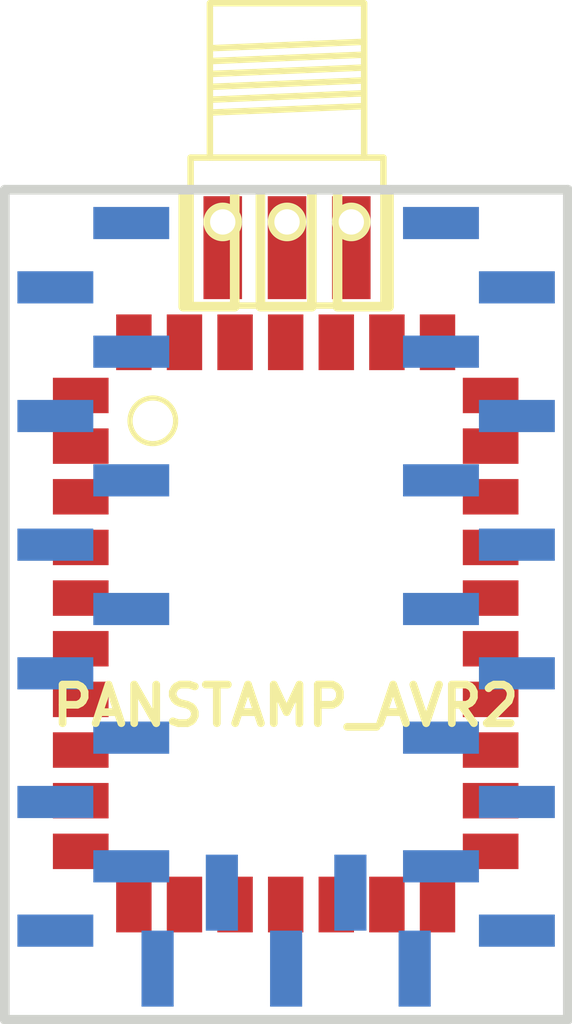
<source format=kicad_pcb>
(kicad_pcb (version 4) (host pcbnew 0.201506232253+5814~23~ubuntu14.04.1-product)

  (general
    (links 0)
    (no_connects 38)
    (area 101.868514 66.962019 157.650181 105.493821)
    (thickness 1.6002)
    (drawings 5)
    (tracks 0)
    (zones 0)
    (modules 3)
    (nets 26)
  )

  (page A4)
  (title_block
    (title "DIP adapter for panStamp 2.x - AVR version")
    (date "29 Jun 2015")
    (rev 1.0)
    (company panStamp)
  )

  (layers
    (0 Front signal)
    (1 Ground power)
    (2 Power power)
    (31 Back signal)
    (32 B.Adhes user)
    (33 F.Adhes user)
    (34 B.Paste user)
    (35 F.Paste user)
    (36 B.SilkS user)
    (37 F.SilkS user)
    (38 B.Mask user)
    (39 F.Mask user)
    (40 Dwgs.User user)
    (41 Cmts.User user)
    (42 Eco1.User user)
    (43 Eco2.User user)
    (44 Edge.Cuts user)
  )

  (setup
    (last_trace_width 0.1524)
    (user_trace_width 0.2032)
    (user_trace_width 0.254)
    (user_trace_width 0.3048)
    (user_trace_width 0.508)
    (user_trace_width 0.762)
    (user_trace_width 1.016)
    (user_trace_width 1.27)
    (user_trace_width 0.2032)
    (user_trace_width 0.254)
    (user_trace_width 0.3048)
    (user_trace_width 0.381)
    (user_trace_width 0.508)
    (user_trace_width 0.762)
    (user_trace_width 1.016)
    (user_trace_width 1.27)
    (user_trace_width 1.778)
    (user_trace_width 0.2032)
    (user_trace_width 0.254)
    (user_trace_width 0.3048)
    (user_trace_width 0.381)
    (user_trace_width 0.508)
    (user_trace_width 0.762)
    (user_trace_width 1.016)
    (user_trace_width 1.27)
    (user_trace_width 1.778)
    (user_trace_width 0.2032)
    (user_trace_width 0.254)
    (user_trace_width 0.3048)
    (user_trace_width 0.381)
    (user_trace_width 0.508)
    (user_trace_width 0.762)
    (user_trace_width 1.016)
    (user_trace_width 1.27)
    (user_trace_width 1.778)
    (user_trace_width 0.2032)
    (user_trace_width 0.254)
    (user_trace_width 0.3048)
    (user_trace_width 0.381)
    (user_trace_width 0.508)
    (user_trace_width 0.762)
    (user_trace_width 1.016)
    (user_trace_width 1.27)
    (user_trace_width 1.778)
    (user_trace_width 0.2032)
    (user_trace_width 0.254)
    (user_trace_width 0.3048)
    (user_trace_width 0.381)
    (user_trace_width 0.508)
    (user_trace_width 0.762)
    (user_trace_width 1.016)
    (user_trace_width 1.27)
    (user_trace_width 1.778)
    (trace_clearance 0.1524)
    (zone_clearance 0.1524)
    (zone_45_only yes)
    (trace_min 0.006)
    (segment_width 0.381)
    (edge_width 0.381)
    (via_size 0.6858)
    (via_drill 0.3302)
    (via_min_size 0.027)
    (via_min_drill 0.3302)
    (user_via 0.6096 0.1016)
    (user_via 0.8763 0.3683)
    (user_via 0.6858 0.3302)
    (user_via 0.8763 0.3683)
    (user_via 0.6858 0.3302)
    (user_via 0.8763 0.3683)
    (user_via 0.6858 0.3302)
    (user_via 0.8763 0.3683)
    (user_via 0.6858 0.3302)
    (user_via 0.8763 0.3683)
    (user_via 0.6858 0.3302)
    (user_via 0.8763 0.3683)
    (uvia_size 0.5588)
    (uvia_drill 0.254)
    (uvias_allowed no)
    (uvia_min_size 0.02)
    (uvia_min_drill 0.254)
    (pcb_text_width 0.3048)
    (pcb_text_size 1.524 2.032)
    (mod_edge_width 0.1524)
    (mod_text_size 1.524 1.524)
    (mod_text_width 0.3048)
    (pad_size 1.27 3)
    (pad_drill 0)
    (pad_to_mask_clearance 0)
    (aux_axis_origin 162.52952 122.1486)
    (visible_elements FFFFF7BF)
    (pcbplotparams
      (layerselection 0x010f0_80000001)
      (usegerberextensions true)
      (excludeedgelayer true)
      (linewidth 0.150000)
      (plotframeref false)
      (viasonmask false)
      (mode 1)
      (useauxorigin false)
      (hpglpennumber 1)
      (hpglpenspeed 20)
      (hpglpendiameter 15)
      (hpglpenoverlay 2)
      (psnegative false)
      (psa4output false)
      (plotreference true)
      (plotvalue true)
      (plotinvisibletext false)
      (padsonsilk false)
      (subtractmaskfromsilk false)
      (outputformat 1)
      (mirror false)
      (drillshape 0)
      (scaleselection 1)
      (outputdirectory production/))
  )

  (net 0 "")
  (net 1 /RESET)
  (net 2 GND)
  (net 3 VCC)
  (net 4 /A5)
  (net 5 /PB1)
  (net 6 /PB0)
  (net 7 /A7)
  (net 8 /A6)
  (net 9 /A3)
  (net 10 /A2)
  (net 11 /A1)
  (net 12 /A0)
  (net 13 "Net-(PS1-Pad11)")
  (net 14 /PD1)
  (net 15 /PD0)
  (net 16 /A4)
  (net 17 /SPI_SCK)
  (net 18 /SPI_MISO)
  (net 19 /SPI_MOSI)
  (net 20 /PD7)
  (net 21 /PD6)
  (net 22 /PD5)
  (net 23 /PD4)
  (net 24 /PD3)
  (net 25 "Net-(PS1-Pad31)")

  (net_class Default "This is the default net class."
    (clearance 0.1524)
    (trace_width 0.1524)
    (via_dia 0.6858)
    (via_drill 0.3302)
    (uvia_dia 0.5588)
    (uvia_drill 0.254)
    (add_net /A0)
    (add_net /A1)
    (add_net /A2)
    (add_net /A3)
    (add_net /A4)
    (add_net /A5)
    (add_net /A6)
    (add_net /A7)
    (add_net /PB0)
    (add_net /PB1)
    (add_net /PD0)
    (add_net /PD1)
    (add_net /PD3)
    (add_net /PD4)
    (add_net /PD5)
    (add_net /PD6)
    (add_net /PD7)
    (add_net /RESET)
    (add_net /SPI_MISO)
    (add_net /SPI_MOSI)
    (add_net /SPI_SCK)
    (add_net GND)
    (add_net "Net-(PS1-Pad11)")
    (add_net "Net-(PS1-Pad31)")
    (add_net VCC)
  )

  (module old_mymods:PANSTAMP_02_SPI (layer Front) (tedit 5591570D) (tstamp 5591DF03)
    (at 148.41728 89.91092)
    (path /55911624)
    (fp_text reference U2 (at 0 -13.208) (layer F.SilkS) hide
      (effects (font (size 0.889 0.762) (thickness 0.1524)))
    )
    (fp_text value PANSTAMP_02 (at 0 -11.684) (layer F.SilkS) hide
      (effects (font (size 0.889 0.762) (thickness 0.1524)))
    )
    (fp_line (start -2.032 -15.24) (end -2.032 -10.668) (layer F.SilkS) (width 0.381))
    (fp_line (start -2.032 -10.668) (end -4.064 -10.668) (layer F.SilkS) (width 0.381))
    (fp_line (start -4.064 -10.668) (end -4.064 -15.24) (layer F.SilkS) (width 0.381))
    (fp_line (start 2.032 -15.24) (end 2.032 -10.668) (layer F.SilkS) (width 0.381))
    (fp_line (start 2.032 -10.668) (end 4.064 -10.668) (layer F.SilkS) (width 0.381))
    (fp_line (start 4.064 -10.668) (end 4.064 -15.24) (layer F.SilkS) (width 0.381))
    (fp_line (start -1.016 -15.24) (end -1.016 -10.668) (layer F.SilkS) (width 0.381))
    (fp_line (start -1.016 -10.668) (end 1.016 -10.668) (layer F.SilkS) (width 0.381))
    (fp_line (start 1.016 -10.668) (end 1.016 -15.24) (layer F.SilkS) (width 0.381))
    (pad 1 smd rect (at -6.12 -13.97) (size 3 1.27) (layers Back B.Paste B.Mask)
      (net 2 GND))
    (pad 2 smd rect (at -9.12 -11.43) (size 3 1.27) (layers Back B.Paste B.Mask)
      (net 6 /PB0))
    (pad 3 smd rect (at -6.12 -8.89) (size 3 1.27) (layers Back B.Paste B.Mask)
      (net 5 /PB1))
    (pad 4 smd rect (at -9.119998 -6.35) (size 3 1.27) (layers Back B.Paste B.Mask)
      (net 12 /A0))
    (pad 5 smd rect (at -6.12 -3.81) (size 3 1.27) (layers Back B.Paste B.Mask)
      (net 11 /A1))
    (pad 6 smd rect (at -9.12 -1.27) (size 3 1.27) (layers Back B.Paste B.Mask)
      (net 10 /A2))
    (pad 7 smd rect (at -6.12 1.27) (size 3 1.27) (layers Back B.Paste B.Mask)
      (net 2 GND))
    (pad 8 smd rect (at -9.12 3.81) (size 3 1.27) (layers Back B.Paste B.Mask)
      (net 9 /A3))
    (pad 9 smd rect (at -6.12 6.35) (size 3 1.27) (layers Back B.Paste B.Mask)
      (net 16 /A4))
    (pad 10 smd rect (at -9.12 8.89) (size 3 1.27) (layers Back B.Paste B.Mask)
      (net 4 /A5))
    (pad 11 smd rect (at -6.12 11.43) (size 3 1.27) (layers Back B.Paste B.Mask)
      (net 8 /A6))
    (pad 12 smd rect (at -9.12 13.97) (size 3 1.27) (layers Back B.Paste B.Mask)
      (net 7 /A7))
    (pad 13 smd rect (at 9.12 13.97) (size 3 1.27) (layers Back B.Paste B.Mask)
      (net 1 /RESET))
    (pad 14 smd rect (at 6.12 11.43) (size 3 1.27) (layers Back B.Paste B.Mask)
      (net 3 VCC))
    (pad 15 smd rect (at 9.12 8.89) (size 3 1.27) (layers Back B.Paste B.Mask)
      (net 2 GND))
    (pad 16 smd rect (at 6.12 6.35) (size 3 1.27) (layers Back B.Paste B.Mask)
      (net 15 /PD0))
    (pad 17 smd rect (at 9.12 3.81) (size 3 1.27) (layers Back B.Paste B.Mask)
      (net 14 /PD1))
    (pad 18 smd rect (at 6.12 1.27) (size 3 1.27) (layers Back B.Paste B.Mask)
      (net 24 /PD3))
    (pad 19 smd rect (at 9.12 -1.27) (size 3 1.27) (layers Back B.Paste B.Mask)
      (net 23 /PD4))
    (pad 20 smd rect (at 6.12 -3.81) (size 3 1.27) (layers Back B.Paste B.Mask)
      (net 22 /PD5))
    (pad 21 smd rect (at 9.12 -6.35) (size 3 1.27) (layers Back B.Paste B.Mask)
      (net 21 /PD6))
    (pad 22 smd rect (at 6.12 -8.89) (size 3 1.27) (layers Back B.Paste B.Mask)
      (net 20 /PD7))
    (pad 23 smd rect (at 9.12 -11.43) (size 3 1.27) (layers Back B.Paste B.Mask)
      (net 2 GND))
    (pad 24 smd rect (at 6.12 -13.97) (size 3 1.27) (layers Back B.Paste B.Mask)
      (net 2 GND))
    (pad 25 smd rect (at -5.08 15.47) (size 1.27 3) (layers Back B.Paste B.Mask)
      (net 3 VCC))
    (pad 26 smd rect (at -2.54 12.47) (size 1.27 3) (layers Back B.Paste B.Mask)
      (net 2 GND))
    (pad 27 smd rect (at 0 15.47) (size 1.27 3) (layers Back B.Paste B.Mask)
      (net 17 /SPI_SCK))
    (pad 28 smd rect (at 2.54 12.47) (size 1.27 3) (layers Back B.Paste B.Mask)
      (net 18 /SPI_MISO))
    (pad 29 smd rect (at 5.08 15.47) (size 1.27 3) (layers Back B.Paste B.Mask)
      (net 19 /SPI_MOSI))
  )

  (module mysmd:PANSTAMP_2 (layer Front) (tedit 54EB21F2) (tstamp 5591DEB3)
    (at 148.4 91.75)
    (path /55913858)
    (fp_text reference PS1 (at 0 0.75) (layer F.SilkS) hide
      (effects (font (thickness 0.3048)))
    )
    (fp_text value PANSTAMP_AVR2 (at 0 3.25) (layer F.SilkS)
      (effects (font (thickness 0.3048)))
    )
    (fp_circle (center -5.25 -8) (end -5.75 -8.75) (layer F.SilkS) (width 0.2032))
    (pad 1 smd rect (at -8.1 -9) (size 2.2 1.4) (layers Front F.Paste F.Mask))
    (pad 2 smd rect (at -8.1 -7) (size 2.2 1.4) (layers Front F.Paste F.Mask))
    (pad 3 smd rect (at -8.1 -5) (size 2.2 1.4) (layers Front F.Paste F.Mask)
      (net 5 /PB1))
    (pad 4 smd rect (at -8.1 -3) (size 2.2 1.4) (layers Front F.Paste F.Mask)
      (net 6 /PB0))
    (pad 5 smd rect (at -8.1 -1) (size 2.2 1.4) (layers Front F.Paste F.Mask)
      (net 7 /A7))
    (pad 6 smd rect (at -8.1 1) (size 2.2 1.4) (layers Front F.Paste F.Mask)
      (net 8 /A6))
    (pad 7 smd rect (at -8.1 3) (size 2.2 1.4) (layers Front F.Paste F.Mask)
      (net 9 /A3))
    (pad 8 smd rect (at -8.1 5) (size 2.2 1.4) (layers Front F.Paste F.Mask)
      (net 10 /A2))
    (pad 9 smd rect (at -8.1 7) (size 2.2 1.4) (layers Front F.Paste F.Mask)
      (net 11 /A1))
    (pad 10 smd rect (at -8.1 9) (size 2.2 1.4) (layers Front F.Paste F.Mask)
      (net 12 /A0))
    (pad 11 smd rect (at -6 11.1 90) (size 2.2 1.4) (layers Front F.Paste F.Mask)
      (net 13 "Net-(PS1-Pad11)"))
    (pad 12 smd rect (at -4 11.1 90) (size 2.2 1.4) (layers Front F.Paste F.Mask)
      (net 1 /RESET))
    (pad 13 smd rect (at -2 11.1 90) (size 2.2 1.4) (layers Front F.Paste F.Mask)
      (net 3 VCC))
    (pad 14 smd rect (at 0 11.1 90) (size 2.2 1.4) (layers Front F.Paste F.Mask)
      (net 2 GND))
    (pad 15 smd rect (at 2 11.1 90) (size 2.2 1.4) (layers Front F.Paste F.Mask))
    (pad 16 smd rect (at 4 11.1 90) (size 2.2 1.4) (layers Front F.Paste F.Mask)
      (net 14 /PD1))
    (pad 17 smd rect (at 6 11.1 90) (size 2.2 1.4) (layers Front F.Paste F.Mask)
      (net 15 /PD0))
    (pad 18 smd rect (at 8.1 9) (size 2.2 1.4) (layers Front F.Paste F.Mask)
      (net 4 /A5))
    (pad 19 smd rect (at 8.1 7) (size 2.2 1.4) (layers Front F.Paste F.Mask)
      (net 16 /A4))
    (pad 20 smd rect (at 8.1 5) (size 2.2 1.4) (layers Front F.Paste F.Mask)
      (net 17 /SPI_SCK))
    (pad 21 smd rect (at 8.1 3) (size 2.2 1.4) (layers Front F.Paste F.Mask)
      (net 18 /SPI_MISO))
    (pad 22 smd rect (at 8.1 1) (size 2.2 1.4) (layers Front F.Paste F.Mask)
      (net 19 /SPI_MOSI))
    (pad 23 smd rect (at 8.1 -1) (size 2.2 1.4) (layers Front F.Paste F.Mask)
      (net 20 /PD7))
    (pad 24 smd rect (at 8.1 -3) (size 2.2 1.4) (layers Front F.Paste F.Mask)
      (net 21 /PD6))
    (pad 25 smd rect (at 8.1 -5) (size 2.2 1.4) (layers Front F.Paste F.Mask)
      (net 22 /PD5))
    (pad 26 smd rect (at 8.1 -7) (size 2.2 1.4) (layers Front F.Paste F.Mask)
      (net 23 /PD4))
    (pad 27 smd rect (at 8.1 -9) (size 2.2 1.4) (layers Front F.Paste F.Mask)
      (net 24 /PD3))
    (pad 28 smd rect (at 6 -11.1 90) (size 2.2 1.4) (layers Front F.Paste F.Mask)
      (net 2 GND))
    (pad 29 smd rect (at 4 -11.1 90) (size 2.2 1.4) (layers Front F.Paste F.Mask)
      (net 2 GND))
    (pad 30 smd rect (at 2 -11.1 90) (size 2.2 1.4) (layers Front F.Paste F.Mask)
      (net 2 GND))
    (pad 31 smd rect (at 0 -11.1 90) (size 2.2 1.4) (layers Front F.Paste F.Mask)
      (net 25 "Net-(PS1-Pad31)"))
    (pad 32 smd rect (at -2 -11.1 90) (size 2.2 1.4) (layers Front F.Paste F.Mask)
      (net 2 GND))
    (pad 33 smd rect (at -4 -11.1 90) (size 2.2 1.4) (layers Front F.Paste F.Mask)
      (net 2 GND))
    (pad 34 smd rect (at -6 -11.1 90) (size 2.2 1.4) (layers Front F.Paste F.Mask)
      (net 2 GND))
  )

  (module mysmd:SMD_SMA_SPECIAL (layer Front) (tedit 523C7055) (tstamp 5591DECF)
    (at 148.45284 76.91374 270)
    (path /55914024)
    (fp_text reference U1 (at -5.5372 -0.0254 360) (layer F.SilkS) hide
      (effects (font (size 1.016 0.889) (thickness 0.1524)))
    )
    (fp_text value ANTENNA (at -3.7084 -0.1524 360) (layer F.SilkS) hide
      (effects (font (size 1.016 0.889) (thickness 0.1524)))
    )
    (fp_line (start -5.588 -3.048) (end -5.334 3.048) (layer F.SilkS) (width 0.254))
    (fp_line (start -6.096 -3.048) (end -5.842 3.048) (layer F.SilkS) (width 0.254))
    (fp_line (start -6.604 -3.048) (end -6.35 3.048) (layer F.SilkS) (width 0.254))
    (fp_line (start -7.112 -3.048) (end -6.858 3.048) (layer F.SilkS) (width 0.254))
    (fp_line (start -7.62 -3.048) (end -7.366 3.048) (layer F.SilkS) (width 0.254))
    (fp_line (start -8.128 -3.048) (end -7.874 3.048) (layer F.SilkS) (width 0.254))
    (fp_line (start -3.556 3.048) (end -9.652 3.048) (layer F.SilkS) (width 0.254))
    (fp_line (start -9.652 3.048) (end -9.652 -3.048) (layer F.SilkS) (width 0.254))
    (fp_line (start -9.652 -3.048) (end -3.556 -3.048) (layer F.SilkS) (width 0.254))
    (fp_line (start -2.286 3.81) (end -3.556 3.81) (layer F.SilkS) (width 0.254))
    (fp_line (start -3.556 -3.81) (end -2.286 -3.81) (layer F.SilkS) (width 0.254))
    (fp_line (start -3.556 -3.81) (end -3.556 3.81) (layer F.SilkS) (width 0.254))
    (fp_line (start -2.286 -3.556) (end -2.286 3.81) (layer F.SilkS) (width 0.254))
    (fp_line (start -2.286 3.81) (end 2.286 3.81) (layer F.SilkS) (width 0.254))
    (fp_line (start 2.286 3.81) (end 2.286 -3.556) (layer F.SilkS) (width 0.254))
    (fp_line (start 2.286 -3.556) (end 2.286 -3.81) (layer F.SilkS) (width 0.254))
    (fp_line (start 2.286 -3.81) (end -2.286 -3.81) (layer F.SilkS) (width 0.254))
    (fp_line (start -2.286 -3.81) (end -2.286 -3.556) (layer F.SilkS) (width 0.254))
    (pad 1 smd rect (at 0 0 270) (size 4.064 1.524) (layers Front F.Paste F.Mask)
      (net 25 "Net-(PS1-Pad31)"))
    (pad 2 smd rect (at 0 -2.54 270) (size 4.064 1.524) (layers *.Paste *.Mask Front)
      (net 2 GND))
    (pad 2 smd rect (at 0 2.54 270) (size 4.064 1.524) (layers *.Paste *.Mask Front)
      (net 2 GND))
    (pad 1 thru_hole circle (at -1.016 0 270) (size 1.524 1.524) (drill 1.00076) (layers *.Cu *.Mask F.SilkS)
      (net 25 "Net-(PS1-Pad31)"))
    (pad 2 thru_hole circle (at -1.016 -2.54 270) (size 1.524 1.524) (drill 1.00076) (layers *.Cu *.Mask F.SilkS)
      (net 2 GND))
    (pad 2 thru_hole circle (at -1.016 2.54 270) (size 1.524 1.524) (drill 1.00076) (layers *.Cu *.Mask F.SilkS)
      (net 2 GND))
  )

  (gr_line (start 137.3 74.625) (end 152.5 74.625) (angle 90) (layer Edge.Cuts) (width 0.381))
  (gr_line (start 137.3 107.4) (end 137.3 74.625) (angle 90) (layer Edge.Cuts) (width 0.381))
  (gr_line (start 159.55 107.4) (end 137.3 107.4) (angle 90) (layer Edge.Cuts) (width 0.381))
  (gr_line (start 159.55 74.625) (end 159.55 107.4) (angle 90) (layer Edge.Cuts) (width 0.381))
  (gr_line (start 152.5 74.625) (end 159.55 74.625) (angle 90) (layer Edge.Cuts) (width 0.381))

)

</source>
